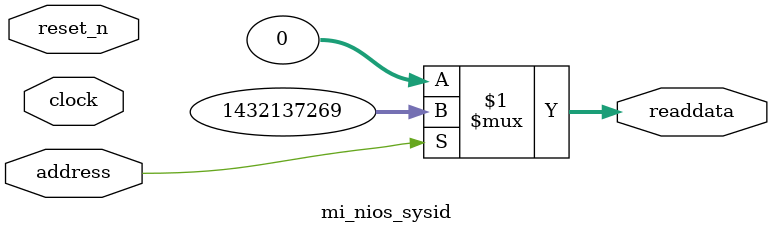
<source format=v>

`timescale 1ns / 1ps
// synthesis translate_on

// turn off superfluous verilog processor warnings 
// altera message_level Level1 
// altera message_off 10034 10035 10036 10037 10230 10240 10030 

module mi_nios_sysid (
               // inputs:
                address,
                clock,
                reset_n,

               // outputs:
                readdata
             )
;

  output  [ 31: 0] readdata;
  input            address;
  input            clock;
  input            reset_n;

  wire    [ 31: 0] readdata;
  //control_slave, which is an e_avalon_slave
  assign readdata = address ? 1432137269 : 0;

endmodule




</source>
